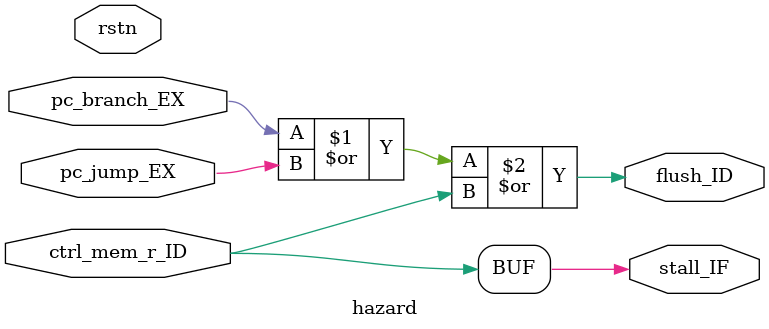
<source format=v>
module hazard(
           input rstn,
           input pc_branch_EX, 
           input pc_jump_EX,
           input ctrl_mem_r_ID,
           output stall_IF,
           output flush_ID
       );

assign stall_IF = ctrl_mem_r_ID;
assign flush_ID = pc_branch_EX | pc_jump_EX | ctrl_mem_r_ID;

endmodule

</source>
